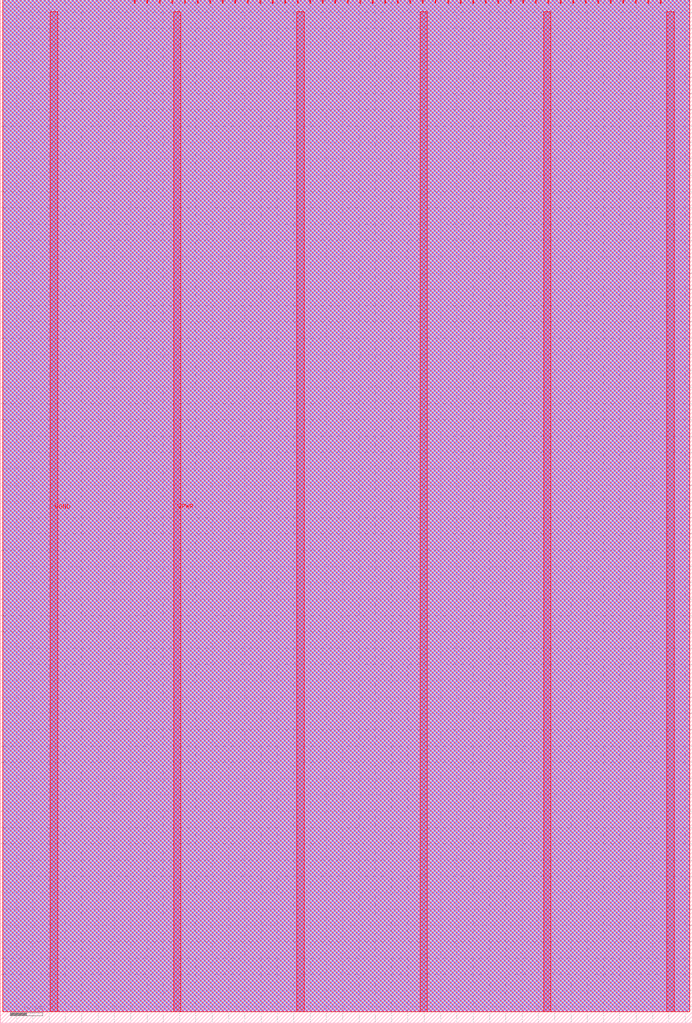
<source format=lef>
VERSION 5.8 ;
BUSBITCHARS "[]" ;
DIVIDERCHAR "/" ;
UNITS
    DATABASE MICRONS 1000 ;
END UNITS

VIA tt_um_silice_via1_2_2200_440_1_5_410_410
  VIARULE via1Array ;
  CUTSIZE 0.19 0.19 ;
  LAYERS Metal1 Via1 Metal2 ;
  CUTSPACING 0.22 0.22 ;
  ENCLOSURE 0.01 0.125 0.05 0.005 ;
  ROWCOL 1 5 ;
END tt_um_silice_via1_2_2200_440_1_5_410_410

VIA tt_um_silice_via2_3_2200_440_1_5_410_410
  VIARULE via2Array ;
  CUTSIZE 0.19 0.19 ;
  LAYERS Metal2 Via2 Metal3 ;
  CUTSPACING 0.22 0.22 ;
  ENCLOSURE 0.05 0.005 0.005 0.05 ;
  ROWCOL 1 5 ;
END tt_um_silice_via2_3_2200_440_1_5_410_410

VIA tt_um_silice_via3_4_2200_440_1_5_410_410
  VIARULE via3Array ;
  CUTSIZE 0.19 0.19 ;
  LAYERS Metal3 Via3 Metal4 ;
  CUTSPACING 0.22 0.22 ;
  ENCLOSURE 0.005 0.05 0.05 0.005 ;
  ROWCOL 1 5 ;
END tt_um_silice_via3_4_2200_440_1_5_410_410

VIA tt_um_silice_via4_5_2200_440_1_5_410_410
  VIARULE via4Array ;
  CUTSIZE 0.19 0.19 ;
  LAYERS Metal4 Via4 Metal5 ;
  CUTSPACING 0.22 0.22 ;
  ENCLOSURE 0.05 0.005 0.185 0.05 ;
  ROWCOL 1 5 ;
END tt_um_silice_via4_5_2200_440_1_5_410_410

MACRO tt_um_silice
  FOREIGN tt_um_silice 0 0 ;
  CLASS BLOCK ;
  SIZE 212.16 BY 313.74 ;
  PIN clk
    DIRECTION INPUT ;
    USE SIGNAL ;
    PORT
      LAYER Metal5 ;
        RECT  198.57 312.74 198.87 313.74 ;
    END
  END clk
  PIN ena
    DIRECTION INPUT ;
    USE SIGNAL ;
    PORT
      LAYER Metal5 ;
        RECT  202.41 312.74 202.71 313.74 ;
    END
  END ena
  PIN rst_n
    DIRECTION INPUT ;
    USE SIGNAL ;
    PORT
      LAYER Metal5 ;
        RECT  194.73 312.74 195.03 313.74 ;
    END
  END rst_n
  PIN ui_in[0]
    DIRECTION INPUT ;
    USE SIGNAL ;
    PORT
      LAYER Metal5 ;
        RECT  190.89 312.74 191.19 313.74 ;
    END
  END ui_in[0]
  PIN ui_in[1]
    DIRECTION INPUT ;
    USE SIGNAL ;
    PORT
      LAYER Metal5 ;
        RECT  187.05 312.74 187.35 313.74 ;
    END
  END ui_in[1]
  PIN ui_in[2]
    DIRECTION INPUT ;
    USE SIGNAL ;
    PORT
      LAYER Metal5 ;
        RECT  183.21 312.74 183.51 313.74 ;
    END
  END ui_in[2]
  PIN ui_in[3]
    DIRECTION INPUT ;
    USE SIGNAL ;
    PORT
      LAYER Metal5 ;
        RECT  179.37 312.74 179.67 313.74 ;
    END
  END ui_in[3]
  PIN ui_in[4]
    DIRECTION INPUT ;
    USE SIGNAL ;
    PORT
      LAYER Metal5 ;
        RECT  175.53 312.74 175.83 313.74 ;
    END
  END ui_in[4]
  PIN ui_in[5]
    DIRECTION INPUT ;
    USE SIGNAL ;
    PORT
      LAYER Metal5 ;
        RECT  171.69 312.74 171.99 313.74 ;
    END
  END ui_in[5]
  PIN ui_in[6]
    DIRECTION INPUT ;
    USE SIGNAL ;
    PORT
      LAYER Metal5 ;
        RECT  167.85 312.74 168.15 313.74 ;
    END
  END ui_in[6]
  PIN ui_in[7]
    DIRECTION INPUT ;
    USE SIGNAL ;
    PORT
      LAYER Metal5 ;
        RECT  164.01 312.74 164.31 313.74 ;
    END
  END ui_in[7]
  PIN uio_in[0]
    DIRECTION INPUT ;
    USE SIGNAL ;
    PORT
      LAYER Metal5 ;
        RECT  160.17 312.74 160.47 313.74 ;
    END
  END uio_in[0]
  PIN uio_in[1]
    DIRECTION INPUT ;
    USE SIGNAL ;
    PORT
      LAYER Metal5 ;
        RECT  156.33 312.74 156.63 313.74 ;
    END
  END uio_in[1]
  PIN uio_in[2]
    DIRECTION INPUT ;
    USE SIGNAL ;
    PORT
      LAYER Metal5 ;
        RECT  152.49 312.74 152.79 313.74 ;
    END
  END uio_in[2]
  PIN uio_in[3]
    DIRECTION INPUT ;
    USE SIGNAL ;
    PORT
      LAYER Metal5 ;
        RECT  148.65 312.74 148.95 313.74 ;
    END
  END uio_in[3]
  PIN uio_in[4]
    DIRECTION INPUT ;
    USE SIGNAL ;
    PORT
      LAYER Metal5 ;
        RECT  144.81 312.74 145.11 313.74 ;
    END
  END uio_in[4]
  PIN uio_in[5]
    DIRECTION INPUT ;
    USE SIGNAL ;
    PORT
      LAYER Metal5 ;
        RECT  140.97 312.74 141.27 313.74 ;
    END
  END uio_in[5]
  PIN uio_in[6]
    DIRECTION INPUT ;
    USE SIGNAL ;
    PORT
      LAYER Metal5 ;
        RECT  137.13 312.74 137.43 313.74 ;
    END
  END uio_in[6]
  PIN uio_in[7]
    DIRECTION INPUT ;
    USE SIGNAL ;
    PORT
      LAYER Metal5 ;
        RECT  133.29 312.74 133.59 313.74 ;
    END
  END uio_in[7]
  PIN uio_oe[0]
    DIRECTION OUTPUT ;
    USE SIGNAL ;
    PORT
      LAYER Metal5 ;
        RECT  68.01 312.74 68.31 313.74 ;
    END
  END uio_oe[0]
  PIN uio_oe[1]
    DIRECTION OUTPUT ;
    USE SIGNAL ;
    PORT
      LAYER Metal5 ;
        RECT  64.17 312.74 64.47 313.74 ;
    END
  END uio_oe[1]
  PIN uio_oe[2]
    DIRECTION OUTPUT ;
    USE SIGNAL ;
    PORT
      LAYER Metal5 ;
        RECT  60.33 312.74 60.63 313.74 ;
    END
  END uio_oe[2]
  PIN uio_oe[3]
    DIRECTION OUTPUT ;
    USE SIGNAL ;
    PORT
      LAYER Metal5 ;
        RECT  56.49 312.74 56.79 313.74 ;
    END
  END uio_oe[3]
  PIN uio_oe[4]
    DIRECTION OUTPUT ;
    USE SIGNAL ;
    PORT
      LAYER Metal5 ;
        RECT  52.65 312.74 52.95 313.74 ;
    END
  END uio_oe[4]
  PIN uio_oe[5]
    DIRECTION OUTPUT ;
    USE SIGNAL ;
    PORT
      LAYER Metal5 ;
        RECT  48.81 312.74 49.11 313.74 ;
    END
  END uio_oe[5]
  PIN uio_oe[6]
    DIRECTION OUTPUT ;
    USE SIGNAL ;
    PORT
      LAYER Metal5 ;
        RECT  44.97 312.74 45.27 313.74 ;
    END
  END uio_oe[6]
  PIN uio_oe[7]
    DIRECTION OUTPUT ;
    USE SIGNAL ;
    PORT
      LAYER Metal5 ;
        RECT  41.13 312.74 41.43 313.74 ;
    END
  END uio_oe[7]
  PIN uio_out[0]
    DIRECTION OUTPUT ;
    USE SIGNAL ;
    PORT
      LAYER Metal5 ;
        RECT  98.73 312.74 99.03 313.74 ;
    END
  END uio_out[0]
  PIN uio_out[1]
    DIRECTION OUTPUT ;
    USE SIGNAL ;
    PORT
      LAYER Metal5 ;
        RECT  94.89 312.74 95.19 313.74 ;
    END
  END uio_out[1]
  PIN uio_out[2]
    DIRECTION OUTPUT ;
    USE SIGNAL ;
    PORT
      LAYER Metal5 ;
        RECT  91.05 312.74 91.35 313.74 ;
    END
  END uio_out[2]
  PIN uio_out[3]
    DIRECTION OUTPUT ;
    USE SIGNAL ;
    PORT
      LAYER Metal5 ;
        RECT  87.21 312.74 87.51 313.74 ;
    END
  END uio_out[3]
  PIN uio_out[4]
    DIRECTION OUTPUT ;
    USE SIGNAL ;
    PORT
      LAYER Metal5 ;
        RECT  83.37 312.74 83.67 313.74 ;
    END
  END uio_out[4]
  PIN uio_out[5]
    DIRECTION OUTPUT ;
    USE SIGNAL ;
    PORT
      LAYER Metal5 ;
        RECT  79.53 312.74 79.83 313.74 ;
    END
  END uio_out[5]
  PIN uio_out[6]
    DIRECTION OUTPUT ;
    USE SIGNAL ;
    PORT
      LAYER Metal5 ;
        RECT  75.69 312.74 75.99 313.74 ;
    END
  END uio_out[6]
  PIN uio_out[7]
    DIRECTION OUTPUT ;
    USE SIGNAL ;
    PORT
      LAYER Metal5 ;
        RECT  71.85 312.74 72.15 313.74 ;
    END
  END uio_out[7]
  PIN uo_out[0]
    DIRECTION OUTPUT ;
    USE SIGNAL ;
    PORT
      LAYER Metal5 ;
        RECT  129.45 312.74 129.75 313.74 ;
    END
  END uo_out[0]
  PIN uo_out[1]
    DIRECTION OUTPUT ;
    USE SIGNAL ;
    PORT
      LAYER Metal5 ;
        RECT  125.61 312.74 125.91 313.74 ;
    END
  END uo_out[1]
  PIN uo_out[2]
    DIRECTION OUTPUT ;
    USE SIGNAL ;
    PORT
      LAYER Metal5 ;
        RECT  121.77 312.74 122.07 313.74 ;
    END
  END uo_out[2]
  PIN uo_out[3]
    DIRECTION OUTPUT ;
    USE SIGNAL ;
    PORT
      LAYER Metal5 ;
        RECT  117.93 312.74 118.23 313.74 ;
    END
  END uo_out[3]
  PIN uo_out[4]
    DIRECTION OUTPUT ;
    USE SIGNAL ;
    PORT
      LAYER Metal5 ;
        RECT  114.09 312.74 114.39 313.74 ;
    END
  END uo_out[4]
  PIN uo_out[5]
    DIRECTION OUTPUT ;
    USE SIGNAL ;
    PORT
      LAYER Metal5 ;
        RECT  110.25 312.74 110.55 313.74 ;
    END
  END uo_out[5]
  PIN uo_out[6]
    DIRECTION OUTPUT ;
    USE SIGNAL ;
    PORT
      LAYER Metal5 ;
        RECT  106.41 312.74 106.71 313.74 ;
    END
  END uo_out[6]
  PIN uo_out[7]
    DIRECTION OUTPUT ;
    USE SIGNAL ;
    PORT
      LAYER Metal5 ;
        RECT  102.57 312.74 102.87 313.74 ;
    END
  END uo_out[7]
  PIN VGND
    DIRECTION INOUT ;
    USE GROUND ;
    PORT
      LAYER Metal5 ;
        RECT  166.58 3.56 168.78 310.18 ;
        RECT  90.98 3.56 93.18 310.18 ;
        RECT  15.38 3.56 17.58 310.18 ;
    END
  END VGND
  PIN VPWR
    DIRECTION INOUT ;
    USE POWER ;
    PORT
      LAYER Metal5 ;
        RECT  204.38 3.56 206.58 310.18 ;
        RECT  128.78 3.56 130.98 310.18 ;
        RECT  53.18 3.56 55.38 310.18 ;
    END
  END VPWR
  OBS
    LAYER Metal1 ;
     RECT  0.815 3.56 211.345 313.74 ;
    LAYER Metal2 ;
     RECT  0.815 3.56 211.345 313.74 ;
    LAYER Metal3 ;
     RECT  0.815 3.56 211.345 313.74 ;
    LAYER Metal4 ;
     RECT  0.815 3.56 211.345 313.74 ;
    LAYER Metal5 ;
     RECT  0.815 3.56 211.345 313.74 ;
  END
END tt_um_silice
END LIBRARY

</source>
